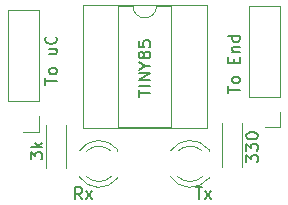
<source format=gbr>
G04 #@! TF.FileFunction,Legend,Top*
%FSLAX46Y46*%
G04 Gerber Fmt 4.6, Leading zero omitted, Abs format (unit mm)*
G04 Created by KiCad (PCBNEW 4.0.7) date 12/07/18 00:27:29*
%MOMM*%
%LPD*%
G01*
G04 APERTURE LIST*
%ADD10C,0.100000*%
%ADD11C,0.120000*%
%ADD12C,0.150000*%
G04 APERTURE END LIST*
D10*
D11*
X157337000Y-128972000D02*
G75*
G02X155337000Y-128972000I-1000000J0D01*
G01*
X155337000Y-128972000D02*
X154087000Y-128972000D01*
X154087000Y-128972000D02*
X154087000Y-139252000D01*
X154087000Y-139252000D02*
X158587000Y-139252000D01*
X158587000Y-139252000D02*
X158587000Y-128972000D01*
X158587000Y-128972000D02*
X157337000Y-128972000D01*
X151087000Y-128912000D02*
X151087000Y-139312000D01*
X151087000Y-139312000D02*
X161587000Y-139312000D01*
X161587000Y-139312000D02*
X161587000Y-128912000D01*
X161587000Y-128912000D02*
X151087000Y-128912000D01*
X147380000Y-137033000D02*
X147380000Y-129353000D01*
X147380000Y-129353000D02*
X144720000Y-129353000D01*
X144720000Y-129353000D02*
X144720000Y-137033000D01*
X144720000Y-137033000D02*
X147380000Y-137033000D01*
X147380000Y-138303000D02*
X147380000Y-139633000D01*
X147380000Y-139633000D02*
X146050000Y-139633000D01*
X158500065Y-143420208D02*
G75*
G03X161732400Y-143577116I1672335J1078608D01*
G01*
X158500065Y-141262992D02*
G75*
G02X161732400Y-141106084I1672335J-1078608D01*
G01*
X159131270Y-143421437D02*
G75*
G03X161213361Y-143421600I1041130J1079837D01*
G01*
X159131270Y-141261763D02*
G75*
G02X161213361Y-141261600I1041130J-1079837D01*
G01*
X161732400Y-143577600D02*
X161732400Y-143421600D01*
X161732400Y-141261600D02*
X161732400Y-141105600D01*
X150778465Y-143420208D02*
G75*
G03X154010800Y-143577116I1672335J1078608D01*
G01*
X150778465Y-141262992D02*
G75*
G02X154010800Y-141106084I1672335J-1078608D01*
G01*
X151409670Y-143421437D02*
G75*
G03X153491761Y-143421600I1041130J1079837D01*
G01*
X151409670Y-141261763D02*
G75*
G02X153491761Y-141261600I1041130J-1079837D01*
G01*
X154010800Y-143577600D02*
X154010800Y-143421600D01*
X154010800Y-141261600D02*
X154010800Y-141105600D01*
X167827000Y-136652000D02*
X167827000Y-128972000D01*
X167827000Y-128972000D02*
X165167000Y-128972000D01*
X165167000Y-128972000D02*
X165167000Y-136652000D01*
X165167000Y-136652000D02*
X167827000Y-136652000D01*
X167827000Y-137922000D02*
X167827000Y-139252000D01*
X167827000Y-139252000D02*
X166497000Y-139252000D01*
X162868400Y-142576000D02*
X162868400Y-138856000D01*
X164588400Y-142576000D02*
X164588400Y-138856000D01*
X149653200Y-139008400D02*
X149653200Y-142728400D01*
X147933200Y-139008400D02*
X147933200Y-142728400D01*
D12*
X155814781Y-136642171D02*
X155814781Y-136070742D01*
X156814781Y-136356457D02*
X155814781Y-136356457D01*
X156814781Y-135737409D02*
X155814781Y-135737409D01*
X156814781Y-135261219D02*
X155814781Y-135261219D01*
X156814781Y-134689790D01*
X155814781Y-134689790D01*
X156338590Y-134023124D02*
X156814781Y-134023124D01*
X155814781Y-134356457D02*
X156338590Y-134023124D01*
X155814781Y-133689790D01*
X156243352Y-133213600D02*
X156195733Y-133308838D01*
X156148114Y-133356457D01*
X156052876Y-133404076D01*
X156005257Y-133404076D01*
X155910019Y-133356457D01*
X155862400Y-133308838D01*
X155814781Y-133213600D01*
X155814781Y-133023123D01*
X155862400Y-132927885D01*
X155910019Y-132880266D01*
X156005257Y-132832647D01*
X156052876Y-132832647D01*
X156148114Y-132880266D01*
X156195733Y-132927885D01*
X156243352Y-133023123D01*
X156243352Y-133213600D01*
X156290971Y-133308838D01*
X156338590Y-133356457D01*
X156433829Y-133404076D01*
X156624305Y-133404076D01*
X156719543Y-133356457D01*
X156767162Y-133308838D01*
X156814781Y-133213600D01*
X156814781Y-133023123D01*
X156767162Y-132927885D01*
X156719543Y-132880266D01*
X156624305Y-132832647D01*
X156433829Y-132832647D01*
X156338590Y-132880266D01*
X156290971Y-132927885D01*
X156243352Y-133023123D01*
X155814781Y-131927885D02*
X155814781Y-132404076D01*
X156290971Y-132451695D01*
X156243352Y-132404076D01*
X156195733Y-132308838D01*
X156195733Y-132070742D01*
X156243352Y-131975504D01*
X156290971Y-131927885D01*
X156386210Y-131880266D01*
X156624305Y-131880266D01*
X156719543Y-131927885D01*
X156767162Y-131975504D01*
X156814781Y-132070742D01*
X156814781Y-132308838D01*
X156767162Y-132404076D01*
X156719543Y-132451695D01*
X147889981Y-135624629D02*
X147889981Y-135053200D01*
X148889981Y-135338915D02*
X147889981Y-135338915D01*
X148889981Y-134577010D02*
X148842362Y-134672248D01*
X148794743Y-134719867D01*
X148699505Y-134767486D01*
X148413790Y-134767486D01*
X148318552Y-134719867D01*
X148270933Y-134672248D01*
X148223314Y-134577010D01*
X148223314Y-134434152D01*
X148270933Y-134338914D01*
X148318552Y-134291295D01*
X148413790Y-134243676D01*
X148699505Y-134243676D01*
X148794743Y-134291295D01*
X148842362Y-134338914D01*
X148889981Y-134434152D01*
X148889981Y-134577010D01*
X148223314Y-132624628D02*
X148889981Y-132624628D01*
X148223314Y-133053200D02*
X148747124Y-133053200D01*
X148842362Y-133005581D01*
X148889981Y-132910343D01*
X148889981Y-132767485D01*
X148842362Y-132672247D01*
X148794743Y-132624628D01*
X148794743Y-131577009D02*
X148842362Y-131624628D01*
X148889981Y-131767485D01*
X148889981Y-131862723D01*
X148842362Y-132005581D01*
X148747124Y-132100819D01*
X148651886Y-132148438D01*
X148461410Y-132196057D01*
X148318552Y-132196057D01*
X148128076Y-132148438D01*
X148032838Y-132100819D01*
X147937600Y-132005581D01*
X147889981Y-131862723D01*
X147889981Y-131767485D01*
X147937600Y-131624628D01*
X147985219Y-131577009D01*
X160650324Y-144333981D02*
X161221753Y-144333981D01*
X160936038Y-145333981D02*
X160936038Y-144333981D01*
X161459848Y-145333981D02*
X161983658Y-144667314D01*
X161459848Y-144667314D02*
X161983658Y-145333981D01*
X151034762Y-145333981D02*
X150701428Y-144857790D01*
X150463333Y-145333981D02*
X150463333Y-144333981D01*
X150844286Y-144333981D01*
X150939524Y-144381600D01*
X150987143Y-144429219D01*
X151034762Y-144524457D01*
X151034762Y-144667314D01*
X150987143Y-144762552D01*
X150939524Y-144810171D01*
X150844286Y-144857790D01*
X150463333Y-144857790D01*
X151368095Y-145333981D02*
X151891905Y-144667314D01*
X151368095Y-144667314D02*
X151891905Y-145333981D01*
X163383981Y-136334191D02*
X163383981Y-135762762D01*
X164383981Y-136048477D02*
X163383981Y-136048477D01*
X164383981Y-135286572D02*
X164336362Y-135381810D01*
X164288743Y-135429429D01*
X164193505Y-135477048D01*
X163907790Y-135477048D01*
X163812552Y-135429429D01*
X163764933Y-135381810D01*
X163717314Y-135286572D01*
X163717314Y-135143714D01*
X163764933Y-135048476D01*
X163812552Y-135000857D01*
X163907790Y-134953238D01*
X164193505Y-134953238D01*
X164288743Y-135000857D01*
X164336362Y-135048476D01*
X164383981Y-135143714D01*
X164383981Y-135286572D01*
X163860171Y-133762762D02*
X163860171Y-133429428D01*
X164383981Y-133286571D02*
X164383981Y-133762762D01*
X163383981Y-133762762D01*
X163383981Y-133286571D01*
X163717314Y-132858000D02*
X164383981Y-132858000D01*
X163812552Y-132858000D02*
X163764933Y-132810381D01*
X163717314Y-132715143D01*
X163717314Y-132572285D01*
X163764933Y-132477047D01*
X163860171Y-132429428D01*
X164383981Y-132429428D01*
X164383981Y-131524666D02*
X163383981Y-131524666D01*
X164336362Y-131524666D02*
X164383981Y-131619904D01*
X164383981Y-131810381D01*
X164336362Y-131905619D01*
X164288743Y-131953238D01*
X164193505Y-132000857D01*
X163907790Y-132000857D01*
X163812552Y-131953238D01*
X163764933Y-131905619D01*
X163717314Y-131810381D01*
X163717314Y-131619904D01*
X163764933Y-131524666D01*
X164907981Y-142204914D02*
X164907981Y-141585866D01*
X165288933Y-141919200D01*
X165288933Y-141776342D01*
X165336552Y-141681104D01*
X165384171Y-141633485D01*
X165479410Y-141585866D01*
X165717505Y-141585866D01*
X165812743Y-141633485D01*
X165860362Y-141681104D01*
X165907981Y-141776342D01*
X165907981Y-142062057D01*
X165860362Y-142157295D01*
X165812743Y-142204914D01*
X164907981Y-141252533D02*
X164907981Y-140633485D01*
X165288933Y-140966819D01*
X165288933Y-140823961D01*
X165336552Y-140728723D01*
X165384171Y-140681104D01*
X165479410Y-140633485D01*
X165717505Y-140633485D01*
X165812743Y-140681104D01*
X165860362Y-140728723D01*
X165907981Y-140823961D01*
X165907981Y-141109676D01*
X165860362Y-141204914D01*
X165812743Y-141252533D01*
X164907981Y-140014438D02*
X164907981Y-139919199D01*
X164955600Y-139823961D01*
X165003219Y-139776342D01*
X165098457Y-139728723D01*
X165288933Y-139681104D01*
X165527029Y-139681104D01*
X165717505Y-139728723D01*
X165812743Y-139776342D01*
X165860362Y-139823961D01*
X165907981Y-139919199D01*
X165907981Y-140014438D01*
X165860362Y-140109676D01*
X165812743Y-140157295D01*
X165717505Y-140204914D01*
X165527029Y-140252533D01*
X165288933Y-140252533D01*
X165098457Y-140204914D01*
X165003219Y-140157295D01*
X164955600Y-140109676D01*
X164907981Y-140014438D01*
X146670781Y-141962095D02*
X146670781Y-141343047D01*
X147051733Y-141676381D01*
X147051733Y-141533523D01*
X147099352Y-141438285D01*
X147146971Y-141390666D01*
X147242210Y-141343047D01*
X147480305Y-141343047D01*
X147575543Y-141390666D01*
X147623162Y-141438285D01*
X147670781Y-141533523D01*
X147670781Y-141819238D01*
X147623162Y-141914476D01*
X147575543Y-141962095D01*
X147670781Y-140914476D02*
X146670781Y-140914476D01*
X147289829Y-140819238D02*
X147670781Y-140533523D01*
X147004114Y-140533523D02*
X147385067Y-140914476D01*
M02*

</source>
